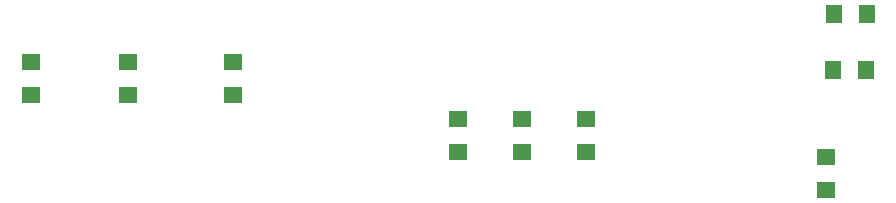
<source format=gbp>
G04 DipTrace 2.4.0.2*
%INÍèæíÿÿï.ìàñêà.gbp*%
%MOIN*%
%ADD78R,0.063X0.0551*%
%ADD80R,0.0551X0.063*%
%FSLAX44Y44*%
G04*
G70*
G90*
G75*
G01*
%LNBotPaste*%
%LPD*%
D78*
X13437Y19085D3*
Y20187D3*
X9937Y19085D3*
Y20187D3*
X6687Y19085D3*
Y20187D3*
D80*
X33437Y19937D3*
X34539D3*
X34562Y21812D3*
X33460D3*
D78*
X33187Y17039D3*
Y15937D3*
X23062Y17187D3*
Y18289D3*
X20937D3*
Y17187D3*
X25187Y17209D3*
Y18312D3*
M02*

</source>
